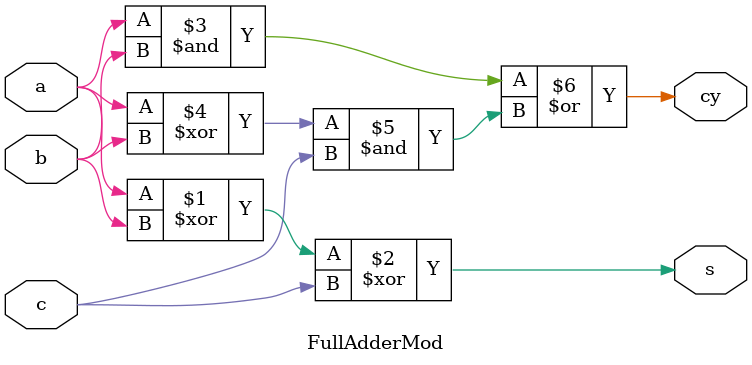
<source format=v>

module AddSubMod(C0, X, Y, S, E);
  input C0; // single bit input
  input [4:0] X, Y;// 4-bit input items
  output [4:0] S;
  output E; //(multiple output lines due to size differences)
  wire [4:0] Xa,dd;
  wire [3:0] CY;
  assign dd = C0 ? 5'b00000 : 5'b11111;
  assign Xa = dd^Y;
  FullAdderMod dut1(Xa[0],X[0],C0,S[0],CY[0]);
  FullAdderMod dut2(Xa[1],X[1],CY[0],S[1],CY[1]);
  FullAdderMod dut3(Xa[2],X[2],CY[1],S[2],CY[2]);
  FullAdderMod dut4(Xa[3],X[3],CY[2],S[3],CY[3]);
  FullAdderMod dut5(Xa[4],X[4],CY[3],S[4],E);
endmodule

  
module FullAdderMod(input a,b,c, output s,cy); // single-bit adder 
	assign s = (a^b)^c;
    assign cy = (a&b) | ((a^b)&c);
endmodule


</source>
